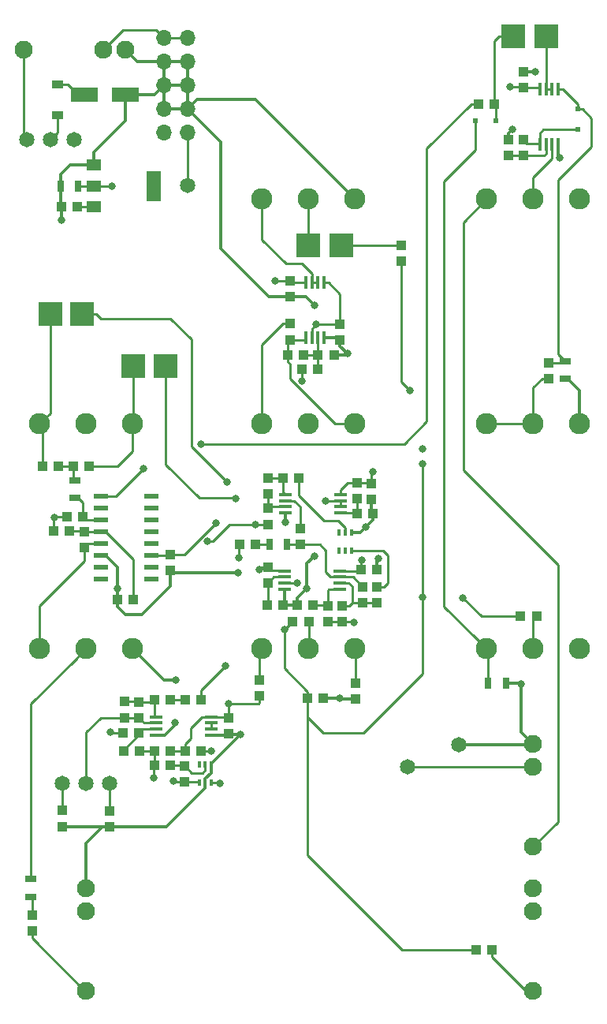
<source format=gbr>
G04 #@! TF.GenerationSoftware,KiCad,Pcbnew,(5.1.4-0-10_14)*
G04 #@! TF.CreationDate,2019-11-19T17:15:00-08:00*
G04 #@! TF.ProjectId,DS8,4453382e-6b69-4636-9164-5f7063625858,rev?*
G04 #@! TF.SameCoordinates,Original*
G04 #@! TF.FileFunction,Copper,L1,Top*
G04 #@! TF.FilePolarity,Positive*
%FSLAX46Y46*%
G04 Gerber Fmt 4.6, Leading zero omitted, Abs format (unit mm)*
G04 Created by KiCad (PCBNEW (5.1.4-0-10_14)) date 2019-11-19 17:15:00*
%MOMM*%
%LPD*%
G04 APERTURE LIST*
%ADD10C,1.651000*%
%ADD11R,2.540000X2.540000*%
%ADD12R,0.400000X0.650000*%
%ADD13C,2.286000*%
%ADD14R,1.500000X3.300000*%
%ADD15R,1.500000X1.200000*%
%ADD16R,1.450000X0.450000*%
%ADD17R,0.450000X1.450000*%
%ADD18R,1.500000X0.600000*%
%ADD19C,1.930400*%
%ADD20R,1.000000X1.000000*%
%ADD21O,1.700000X1.700000*%
%ADD22R,1.200000X0.900000*%
%ADD23R,0.500000X0.500000*%
%ADD24R,0.700000X1.300000*%
%ADD25R,3.000000X1.600000*%
%ADD26R,1.300000X0.700000*%
%ADD27C,0.800000*%
%ADD28C,0.250000*%
%ADD29C,0.300000*%
G04 APERTURE END LIST*
D10*
X48930000Y29830000D03*
X43430000Y27500000D03*
D11*
X13930000Y70440000D03*
X17450000Y70450000D03*
X5040000Y76090000D03*
X8480000Y76090000D03*
X36270000Y83460000D03*
X32730000Y83460000D03*
X54730000Y105860000D03*
X58310000Y105880000D03*
D10*
X19780000Y89870000D03*
D12*
X21020000Y25790000D03*
X22320000Y25790000D03*
X21670000Y27690000D03*
X21670000Y25790000D03*
X22320000Y27690000D03*
X21020000Y27690000D03*
X37360000Y52570000D03*
X36060000Y52570000D03*
X36710000Y50670000D03*
X36710000Y52570000D03*
X36060000Y50670000D03*
X37360000Y50670000D03*
D10*
X7620000Y94742000D03*
X5080000Y94742000D03*
X2540000Y94742000D03*
D13*
X3890000Y40132000D03*
X8890000Y40132000D03*
X13890000Y40132000D03*
D10*
X6350000Y25654000D03*
X8890000Y25654000D03*
X11430000Y25654000D03*
D14*
X16128000Y89788000D03*
D15*
X9728000Y87588000D03*
X9728000Y89788000D03*
X9728000Y92088000D03*
D16*
X22296000Y32827000D03*
X22296000Y32177000D03*
X22296000Y31527000D03*
X22296000Y30877000D03*
X16396000Y30877000D03*
X16396000Y31527000D03*
X16396000Y32177000D03*
X16396000Y32827000D03*
D17*
X32485000Y79410000D03*
X33135000Y79410000D03*
X33785000Y79410000D03*
X34435000Y79410000D03*
X34435000Y73510000D03*
X33785000Y73510000D03*
X33135000Y73510000D03*
X32485000Y73510000D03*
D16*
X36182000Y56683000D03*
X36182000Y56033000D03*
X36182000Y55383000D03*
X36182000Y54733000D03*
X30282000Y54733000D03*
X30282000Y55383000D03*
X30282000Y56033000D03*
X30282000Y56683000D03*
X36124000Y48483000D03*
X36124000Y47833000D03*
X36124000Y47183000D03*
X36124000Y46533000D03*
X30224000Y46533000D03*
X30224000Y47183000D03*
X30224000Y47833000D03*
X30224000Y48483000D03*
D17*
X57633000Y100162000D03*
X58283000Y100162000D03*
X58933000Y100162000D03*
X59583000Y100162000D03*
X59583000Y94262000D03*
X58933000Y94262000D03*
X58283000Y94262000D03*
X57633000Y94262000D03*
D18*
X15910000Y56515000D03*
X15910000Y55245000D03*
X15910000Y53975000D03*
X15910000Y52705000D03*
X15910000Y51435000D03*
X15910000Y50165000D03*
X15910000Y48895000D03*
X15910000Y47625000D03*
X10510000Y47625000D03*
X10510000Y48895000D03*
X10510000Y50165000D03*
X10510000Y51435000D03*
X10510000Y52705000D03*
X10510000Y53975000D03*
X10510000Y55245000D03*
X10510000Y56515000D03*
D19*
X56896000Y27482800D03*
X56896000Y29895800D03*
X56896000Y18923000D03*
D13*
X51896000Y40132000D03*
X56896000Y40132000D03*
X61896000Y40132000D03*
X51896000Y88392000D03*
X56896000Y88392000D03*
X61896000Y88392000D03*
D20*
X39660000Y54680000D03*
X37960000Y54680000D03*
X37960000Y56230000D03*
X37960000Y57930000D03*
X32678000Y34798000D03*
X34378000Y34798000D03*
X37810000Y36450000D03*
X37810000Y34750000D03*
X32790000Y43080000D03*
X31090000Y43080000D03*
X27460000Y35070000D03*
X27460000Y36770000D03*
X30050000Y44830000D03*
X28350000Y44830000D03*
X31590000Y44820000D03*
X33290000Y44820000D03*
X28390000Y48910000D03*
X28390000Y47210000D03*
X34860000Y44750000D03*
X34860000Y43050000D03*
X42760000Y83450000D03*
X42760000Y81750000D03*
X9220000Y59760000D03*
X7520000Y59760000D03*
X27080000Y51300000D03*
X25380000Y51300000D03*
X36420000Y44770000D03*
X36420000Y43070000D03*
X19496000Y29154000D03*
X21196000Y29154000D03*
X17894000Y27630000D03*
X16194000Y27630000D03*
X16194000Y29154000D03*
X17894000Y29154000D03*
X40150000Y46800000D03*
X40150000Y45100000D03*
X28430000Y56740000D03*
X28430000Y58440000D03*
X28430000Y53500000D03*
X28430000Y55200000D03*
X52440000Y7850000D03*
X50740000Y7850000D03*
X12878000Y31134000D03*
X14578000Y31134000D03*
X4240000Y59760000D03*
X5940000Y59760000D03*
X19512000Y34646000D03*
X21212000Y34646000D03*
X30060000Y58430000D03*
X31760000Y58430000D03*
X12980000Y32752000D03*
X12980000Y34452000D03*
X57260000Y43620000D03*
X55560000Y43620000D03*
X31860000Y53010000D03*
X31860000Y51310000D03*
X54290000Y94750000D03*
X54290000Y93050000D03*
X6820000Y54310000D03*
X8520000Y54310000D03*
X3080000Y11550000D03*
X3080000Y9850000D03*
X35500000Y71670000D03*
X33800000Y71670000D03*
X5430000Y52740000D03*
X7130000Y52740000D03*
X55850000Y94760000D03*
X55850000Y93060000D03*
X30760000Y73310000D03*
X30760000Y75010000D03*
X58610000Y69140000D03*
X58610000Y70840000D03*
X52700000Y98610000D03*
X51000000Y98610000D03*
X33800000Y70110000D03*
X32100000Y70110000D03*
X8670000Y52730000D03*
X8670000Y51030000D03*
X12260000Y45420000D03*
X13960000Y45420000D03*
X32250000Y71690000D03*
X30550000Y71690000D03*
D13*
X27766000Y40132000D03*
X32766000Y40132000D03*
X37766000Y40132000D03*
D21*
X17272000Y105664000D03*
X19812000Y105664000D03*
X17272000Y103124000D03*
X19812000Y103124000D03*
X17272000Y100584000D03*
X19812000Y100584000D03*
X17272000Y98044000D03*
X19812000Y98044000D03*
X17272000Y95504000D03*
X19812000Y95504000D03*
D19*
X8890000Y12006800D03*
X8890000Y14419800D03*
X8890000Y3447000D03*
D13*
X3890000Y64262000D03*
X8890000Y64262000D03*
X13890000Y64262000D03*
X27766000Y64262000D03*
X32766000Y64262000D03*
X37766000Y64262000D03*
X27766000Y88392000D03*
X32766000Y88392000D03*
X37766000Y88392000D03*
X51896000Y64262000D03*
X56896000Y64262000D03*
X61896000Y64262000D03*
D19*
X10718800Y104394000D03*
X13131800Y104394000D03*
X2159000Y104394000D03*
D22*
X5842000Y100710000D03*
X5842000Y97410000D03*
D23*
X52930000Y96770000D03*
X50730000Y96770000D03*
X61670000Y95860000D03*
X61670000Y98060000D03*
D19*
X56896000Y12006800D03*
X56896000Y14419800D03*
X56896000Y3447000D03*
D20*
X55880000Y102040000D03*
X55880000Y100340000D03*
X40080000Y48640000D03*
X38380000Y48640000D03*
X24190000Y31020000D03*
X24190000Y32720000D03*
X30760000Y77960000D03*
X30760000Y79660000D03*
X39560000Y56180000D03*
X39560000Y57880000D03*
D24*
X8050000Y89800000D03*
X6150000Y89800000D03*
D20*
X6210000Y87580000D03*
X7910000Y87580000D03*
X17940000Y48560000D03*
X17940000Y50260000D03*
D25*
X13122000Y99568000D03*
X8722000Y99568000D03*
D20*
X19470000Y25870000D03*
X19470000Y27570000D03*
D24*
X28570000Y51320000D03*
X30470000Y51320000D03*
D20*
X38570000Y45110000D03*
X38570000Y46810000D03*
X14620000Y29150000D03*
X12920000Y29150000D03*
X16210000Y34646000D03*
X17910000Y34646000D03*
X6360000Y21070000D03*
X6360000Y22770000D03*
X11370000Y21010000D03*
X11370000Y22710000D03*
X14550000Y32742000D03*
X14550000Y34442000D03*
D26*
X7690000Y56340000D03*
X7690000Y58240000D03*
D20*
X36170000Y73270000D03*
X36170000Y74970000D03*
D24*
X52060000Y36430000D03*
X53960000Y36430000D03*
D26*
X2980000Y13510000D03*
X2980000Y15410000D03*
X60340000Y70990000D03*
X60340000Y69090000D03*
D27*
X36168000Y34798000D03*
X30310000Y53710000D03*
X38910000Y53180000D03*
X40310000Y49850000D03*
X55580000Y36390000D03*
X57100000Y102040000D03*
X59740000Y92790000D03*
X54700000Y95850000D03*
X36940000Y71790000D03*
X33450000Y76990000D03*
X18430000Y32190000D03*
X33390000Y50100000D03*
X25470000Y30920000D03*
X18540000Y36790000D03*
X12260000Y46620000D03*
X6210000Y86140000D03*
X32610000Y46590000D03*
X25200000Y48330000D03*
X33620000Y74970000D03*
X16190000Y26320000D03*
X23250000Y25709998D03*
X18240000Y25960000D03*
X22300000Y29120000D03*
X11690000Y89790000D03*
X29230000Y79590000D03*
X54430000Y100440000D03*
X24160000Y34230000D03*
X32110000Y68890000D03*
X38520000Y49690000D03*
X39700000Y59130000D03*
X22830000Y53610000D03*
X21240000Y62089988D03*
X15030000Y59470000D03*
X11520000Y31210000D03*
X5460000Y54260000D03*
X21930000Y51700000D03*
X27080000Y53500000D03*
X34650000Y55960000D03*
X30190000Y42210000D03*
X31570000Y47180000D03*
X49370000Y45580000D03*
X45020000Y45660000D03*
X45020000Y60000000D03*
X43650000Y67890000D03*
X45020000Y61580000D03*
X37650000Y42970000D03*
X27507660Y48632340D03*
X24000000Y57990000D03*
X23850000Y38300000D03*
X24990000Y56270000D03*
X25280000Y49870000D03*
D28*
X60190000Y70840000D02*
X60340000Y70990000D01*
X58610000Y70840000D02*
X60190000Y70840000D01*
X61670000Y98560000D02*
X61670000Y98060000D01*
X60068000Y100162000D02*
X61670000Y98560000D01*
X59583000Y100162000D02*
X60068000Y100162000D01*
X62170000Y98060000D02*
X61670000Y98060000D01*
X59620000Y90440000D02*
X63170000Y93990000D01*
X63170000Y97060000D02*
X62170000Y98060000D01*
X60340000Y70990000D02*
X59620000Y71710000D01*
X63170000Y93990000D02*
X63170000Y97060000D01*
X59620000Y71710000D02*
X59620000Y90440000D01*
D29*
X39530000Y54810000D02*
X39660000Y54680000D01*
X39530000Y56230000D02*
X39530000Y54810000D01*
X24047000Y30877000D02*
X24190000Y31020000D01*
X22296000Y30877000D02*
X24047000Y30877000D01*
X12260000Y46170000D02*
X12260000Y45420000D01*
X12260000Y48865000D02*
X12260000Y46170000D01*
X10960000Y50165000D02*
X12260000Y48865000D01*
X10510000Y50165000D02*
X10960000Y50165000D01*
X30224000Y45004000D02*
X30050000Y44830000D01*
X30224000Y46533000D02*
X30224000Y45004000D01*
X30060000Y44820000D02*
X30050000Y44830000D01*
X31590000Y44820000D02*
X30060000Y44820000D01*
X16256000Y99568000D02*
X17272000Y100584000D01*
X13122000Y99568000D02*
X16256000Y99568000D01*
X17272000Y100584000D02*
X19812000Y100584000D01*
X19812000Y103124000D02*
X17272000Y103124000D01*
X18474081Y98044000D02*
X19812000Y98044000D01*
X17272000Y98044000D02*
X18474081Y98044000D01*
X17272000Y99381919D02*
X17272000Y98044000D01*
X17272000Y100584000D02*
X17272000Y99381919D01*
X17272000Y101921919D02*
X17272000Y100584000D01*
X17272000Y103124000D02*
X17272000Y101921919D01*
X19812000Y103124000D02*
X19812000Y100584000D01*
X19812000Y98044000D02*
X19812000Y100584000D01*
X14401800Y103124000D02*
X17272000Y103124000D01*
X13131800Y104394000D02*
X14401800Y103124000D01*
X9728000Y92088000D02*
X9728000Y93388000D01*
X13122000Y96782000D02*
X13122000Y99568000D01*
X9728000Y93388000D02*
X13122000Y96782000D01*
X6150000Y89800000D02*
X6150000Y91050000D01*
X7188000Y92088000D02*
X9728000Y92088000D01*
X6150000Y91050000D02*
X7188000Y92088000D01*
X6150000Y87640000D02*
X6210000Y87580000D01*
X6150000Y89800000D02*
X6150000Y87640000D01*
X36216000Y34750000D02*
X36168000Y34798000D01*
X37810000Y34750000D02*
X36216000Y34750000D01*
X34378000Y34798000D02*
X36168000Y34798000D01*
X30282000Y54733000D02*
X30282000Y53738000D01*
X30282000Y53738000D02*
X30310000Y53710000D01*
X39660000Y53930000D02*
X39660000Y54680000D01*
X37360000Y52570000D02*
X38300000Y52570000D01*
X38910000Y53180000D02*
X39660000Y53930000D01*
X38300000Y52570000D02*
X38910000Y53180000D01*
X40080000Y48640000D02*
X40080000Y49620000D01*
X40080000Y49620000D02*
X40310000Y49850000D01*
X53960000Y36430000D02*
X55540000Y36430000D01*
X55540000Y36430000D02*
X55580000Y36390000D01*
X55880000Y102040000D02*
X57100000Y102040000D01*
X59583000Y94262000D02*
X59583000Y92947000D01*
X59583000Y92947000D02*
X59740000Y92790000D01*
X54290000Y94750000D02*
X54290000Y95440000D01*
X54290000Y95440000D02*
X54700000Y95850000D01*
X35930000Y73510000D02*
X36170000Y73270000D01*
X34435000Y73510000D02*
X35930000Y73510000D01*
X36170000Y73270000D02*
X36170000Y72560000D01*
X36170000Y72560000D02*
X36940000Y71790000D01*
X36820000Y71670000D02*
X36940000Y71790000D01*
X35500000Y71670000D02*
X36820000Y71670000D01*
X30760000Y77960000D02*
X32480000Y77960000D01*
X32480000Y77960000D02*
X33450000Y76990000D01*
X17371000Y30877000D02*
X18430000Y31936000D01*
X18430000Y31936000D02*
X18430000Y32190000D01*
X16396000Y30877000D02*
X17371000Y30877000D01*
X60640000Y69090000D02*
X60340000Y69090000D01*
X61896000Y67834000D02*
X60640000Y69090000D01*
X61896000Y64262000D02*
X61896000Y67834000D01*
X30760000Y77960000D02*
X28500000Y77960000D01*
X28500000Y77960000D02*
X23370000Y83090000D01*
X23370000Y94486000D02*
X19812000Y98044000D01*
X23370000Y83090000D02*
X23370000Y94486000D01*
X27088000Y99070000D02*
X37766000Y88392000D01*
X20838000Y99070000D02*
X27088000Y99070000D01*
X19812000Y98044000D02*
X20838000Y99070000D01*
X31590000Y45570000D02*
X32610000Y46590000D01*
X31590000Y44820000D02*
X31590000Y45570000D01*
X32610000Y49320000D02*
X33390000Y50100000D01*
X32610000Y46590000D02*
X32610000Y49320000D01*
X24290000Y30920000D02*
X24190000Y31020000D01*
X25470000Y30920000D02*
X24290000Y30920000D01*
X22320000Y27815000D02*
X25425000Y30920000D01*
X25425000Y30920000D02*
X25470000Y30920000D01*
X22320000Y27690000D02*
X22320000Y27815000D01*
X11310000Y21070000D02*
X11370000Y21010000D01*
X6360000Y21070000D02*
X11310000Y21070000D01*
X10620000Y21010000D02*
X11370000Y21010000D01*
X8890000Y19280000D02*
X10620000Y21010000D01*
X8890000Y14419800D02*
X8890000Y19280000D01*
X21670000Y25215000D02*
X21670000Y25790000D01*
X17465000Y21010000D02*
X21670000Y25215000D01*
X11370000Y21010000D02*
X17465000Y21010000D01*
X17232000Y36790000D02*
X18540000Y36790000D01*
X13890000Y40132000D02*
X17232000Y36790000D01*
X17940000Y48560000D02*
X17940000Y46850000D01*
X17940000Y46850000D02*
X14880000Y43790000D01*
X12260000Y44670000D02*
X12260000Y45420000D01*
X13140000Y43790000D02*
X12260000Y44670000D01*
X14880000Y43790000D02*
X13140000Y43790000D01*
X6210000Y86140000D02*
X6210000Y87580000D01*
X56830200Y29830000D02*
X56896000Y29895800D01*
X48930000Y29830000D02*
X56830200Y29830000D01*
X55580000Y31211800D02*
X56896000Y29895800D01*
X55580000Y36390000D02*
X55580000Y31211800D01*
X18170000Y48330000D02*
X17940000Y48560000D01*
X25200000Y48330000D02*
X18170000Y48330000D01*
X22320000Y26830000D02*
X22320000Y27690000D01*
X21670000Y26180000D02*
X22320000Y26830000D01*
X21670000Y25790000D02*
X21670000Y26180000D01*
D28*
X3080000Y13410000D02*
X2980000Y13510000D01*
X3080000Y11550000D02*
X3080000Y13410000D01*
X7747001Y38989001D02*
X8890000Y40132000D01*
X2980000Y15410000D02*
X2980000Y34222000D01*
X2980000Y34222000D02*
X7747001Y38989001D01*
X52060000Y39968000D02*
X51896000Y40132000D01*
X52060000Y36430000D02*
X52060000Y39968000D01*
X50753001Y41274999D02*
X51896000Y40132000D01*
X47340000Y44688000D02*
X50753001Y41274999D01*
X47340000Y90290000D02*
X47340000Y44688000D01*
X50730000Y93680000D02*
X47340000Y90290000D01*
X50730000Y96770000D02*
X50730000Y93680000D01*
X36170000Y75720000D02*
X36170000Y74970000D01*
X36170000Y78150000D02*
X36170000Y75720000D01*
X34910000Y79410000D02*
X36170000Y78150000D01*
X34435000Y79410000D02*
X34910000Y79410000D01*
X35420000Y74970000D02*
X36170000Y74970000D01*
X33620000Y74970000D02*
X35420000Y74970000D01*
X33135000Y73510000D02*
X33135000Y74485000D01*
X33135000Y74485000D02*
X33620000Y74970000D01*
X10505000Y53970000D02*
X10510000Y53975000D01*
X8520000Y54310000D02*
X8860000Y53970000D01*
X8860000Y53970000D02*
X10505000Y53970000D01*
X8520000Y55060000D02*
X8520000Y54310000D01*
X8520000Y55810000D02*
X8520000Y55060000D01*
X7990000Y56340000D02*
X8520000Y55810000D01*
X7690000Y56340000D02*
X7990000Y56340000D01*
X7520000Y59760000D02*
X5940000Y59760000D01*
X7520000Y58410000D02*
X7690000Y58240000D01*
X7520000Y59760000D02*
X7520000Y58410000D01*
X14570000Y32962000D02*
X14580000Y32952000D01*
X15115000Y32177000D02*
X16396000Y32177000D01*
X14550000Y32742000D02*
X15115000Y32177000D01*
X14540000Y32752000D02*
X14550000Y32742000D01*
X12980000Y32752000D02*
X14540000Y32752000D01*
X8890000Y31200000D02*
X8890000Y25654000D01*
X12980000Y32752000D02*
X10442000Y32752000D01*
X10442000Y32752000D02*
X8890000Y31200000D01*
X14540000Y34452000D02*
X14550000Y34442000D01*
X12980000Y34452000D02*
X14540000Y34452000D01*
X16006000Y34442000D02*
X16210000Y34646000D01*
X14550000Y34442000D02*
X16006000Y34442000D01*
X16210000Y33013000D02*
X16396000Y32827000D01*
X16210000Y34646000D02*
X16210000Y33013000D01*
X11430000Y22770000D02*
X11370000Y22710000D01*
X11430000Y25654000D02*
X11430000Y22770000D01*
X6360000Y25644000D02*
X6350000Y25654000D01*
X6360000Y22770000D02*
X6360000Y25644000D01*
X17910000Y34646000D02*
X19512000Y34646000D01*
X16190000Y29150000D02*
X16194000Y29154000D01*
X14620000Y29150000D02*
X16190000Y29150000D01*
X16194000Y29154000D02*
X16194000Y27630000D01*
X16190000Y27626000D02*
X16194000Y27630000D01*
X16190000Y26320000D02*
X16190000Y27626000D01*
X22320000Y25790000D02*
X23169998Y25790000D01*
X23169998Y25790000D02*
X23250000Y25709998D01*
X14971000Y31527000D02*
X16396000Y31527000D01*
X14578000Y31134000D02*
X14971000Y31527000D01*
X14578000Y30908000D02*
X14578000Y31134000D01*
X12920000Y29150000D02*
X12920000Y29250000D01*
X12920000Y29250000D02*
X14578000Y30908000D01*
X37170000Y44770000D02*
X37450000Y45050000D01*
X36420000Y44770000D02*
X37170000Y44770000D01*
X37450000Y46832000D02*
X37099000Y47183000D01*
X37099000Y47183000D02*
X36124000Y47183000D01*
X37450000Y45050000D02*
X37450000Y46832000D01*
X40140000Y45110000D02*
X40150000Y45100000D01*
X38570000Y45110000D02*
X40140000Y45110000D01*
X37510000Y45110000D02*
X38570000Y45110000D01*
X37450000Y45050000D02*
X37510000Y45110000D01*
X31850000Y51320000D02*
X31860000Y51310000D01*
X30470000Y51320000D02*
X31850000Y51320000D01*
X37547000Y47833000D02*
X36124000Y47833000D01*
X38570000Y46810000D02*
X37547000Y47833000D01*
X35149000Y47833000D02*
X36124000Y47833000D01*
X31860000Y51310000D02*
X34020000Y51310000D01*
X34020000Y51310000D02*
X34630000Y50700000D01*
X34630000Y48352000D02*
X35149000Y47833000D01*
X34630000Y50700000D02*
X34630000Y48352000D01*
X28550000Y51300000D02*
X28570000Y51320000D01*
X27080000Y51300000D02*
X28550000Y51300000D01*
X20920000Y25890000D02*
X21020000Y25790000D01*
X19470000Y25890000D02*
X20920000Y25890000D01*
X19470000Y25890000D02*
X18310000Y25890000D01*
X18310000Y25890000D02*
X18240000Y25960000D01*
X21230000Y29120000D02*
X21196000Y29154000D01*
X22300000Y29120000D02*
X21230000Y29120000D01*
X21365000Y26810000D02*
X21670000Y27115000D01*
X19430000Y27630000D02*
X20250000Y26810000D01*
X17894000Y27630000D02*
X19430000Y27630000D01*
X20250000Y26810000D02*
X21365000Y26810000D01*
X21670000Y27115000D02*
X21670000Y27690000D01*
X6692000Y100710000D02*
X5842000Y100710000D01*
X6880000Y100710000D02*
X6692000Y100710000D01*
X8022000Y99568000D02*
X6880000Y100710000D01*
X8722000Y99568000D02*
X8022000Y99568000D01*
X9716000Y89800000D02*
X9728000Y89788000D01*
X8050000Y89800000D02*
X9716000Y89800000D01*
X9728000Y89788000D02*
X11688000Y89788000D01*
X11688000Y89788000D02*
X11690000Y89790000D01*
X30690000Y79590000D02*
X30760000Y79660000D01*
X29230000Y79590000D02*
X30690000Y79590000D01*
X31010000Y79410000D02*
X30760000Y79660000D01*
X32485000Y79410000D02*
X31010000Y79410000D01*
X55780000Y100440000D02*
X55880000Y100340000D01*
X54430000Y100440000D02*
X55780000Y100440000D01*
X57455000Y100340000D02*
X57633000Y100162000D01*
X55880000Y100340000D02*
X57455000Y100340000D01*
X24160000Y32750000D02*
X24190000Y32720000D01*
X24160000Y34230000D02*
X24160000Y32750000D01*
X24083000Y32827000D02*
X22296000Y32827000D01*
X24190000Y32720000D02*
X24083000Y32827000D01*
X17894000Y29154000D02*
X19496000Y29154000D01*
X17845000Y50165000D02*
X17940000Y50260000D01*
X15910000Y50165000D02*
X17845000Y50165000D01*
X32100000Y70110000D02*
X32100000Y68900000D01*
X32100000Y68900000D02*
X32110000Y68890000D01*
X38223000Y48483000D02*
X38380000Y48640000D01*
X36124000Y48483000D02*
X38223000Y48483000D01*
X38380000Y48640000D02*
X38380000Y49550000D01*
X38380000Y49550000D02*
X38520000Y49690000D01*
X39700000Y58920000D02*
X39700000Y59130000D01*
X39530000Y57930000D02*
X37960000Y57930000D01*
X39530000Y58960000D02*
X39700000Y59130000D01*
X39530000Y57930000D02*
X39530000Y58960000D01*
X37210000Y57930000D02*
X37960000Y57930000D01*
X36182000Y57158000D02*
X36954000Y57930000D01*
X36954000Y57930000D02*
X37210000Y57930000D01*
X36182000Y56683000D02*
X36182000Y57158000D01*
X19450000Y50260000D02*
X22400001Y53210001D01*
X22400001Y53210001D02*
X22430001Y53210001D01*
X22430001Y53210001D02*
X22830000Y53610000D01*
X17940000Y50260000D02*
X19450000Y50260000D01*
X27370000Y34230000D02*
X24725685Y34230000D01*
X24725685Y34230000D02*
X24160000Y34230000D01*
X27460000Y34320000D02*
X27370000Y34230000D01*
X27460000Y35070000D02*
X27460000Y34320000D01*
X20115002Y31621002D02*
X21321000Y32827000D01*
X19496000Y29154000D02*
X19496000Y29904000D01*
X19496000Y29904000D02*
X20115002Y30523002D01*
X20115002Y30523002D02*
X20115002Y31621002D01*
X21321000Y32827000D02*
X22296000Y32827000D01*
X9720000Y87580000D02*
X9728000Y87588000D01*
X7910000Y87580000D02*
X9720000Y87580000D01*
X56093000Y3447000D02*
X56896000Y3447000D01*
X52440000Y7100000D02*
X56093000Y3447000D01*
X52440000Y7850000D02*
X52440000Y7100000D01*
X57515000Y94380000D02*
X57633000Y94262000D01*
X55850000Y94760000D02*
X56230000Y94380000D01*
X56230000Y94380000D02*
X57515000Y94380000D01*
X58010000Y95860000D02*
X61670000Y95860000D01*
X57633000Y94262000D02*
X57633000Y95483000D01*
X57633000Y95483000D02*
X58010000Y95860000D01*
X53210000Y105860000D02*
X54730000Y105860000D01*
X52700000Y105350000D02*
X53210000Y105860000D01*
X52700000Y98610000D02*
X52700000Y105350000D01*
X52920000Y96780000D02*
X52930000Y96770000D01*
X52700000Y98610000D02*
X52920000Y98390000D01*
X52920000Y98390000D02*
X52920000Y96780000D01*
X5842000Y95504000D02*
X5080000Y94742000D01*
X5842000Y97410000D02*
X5842000Y95504000D01*
X16422001Y106513999D02*
X17272000Y105664000D01*
X12838799Y106513999D02*
X16422001Y106513999D01*
X10718800Y104394000D02*
X12838799Y106513999D01*
X18609919Y105664000D02*
X17272000Y105664000D01*
X19812000Y105664000D02*
X18609919Y105664000D01*
X51896000Y64262000D02*
X56896000Y64262000D01*
X57860000Y69140000D02*
X58610000Y69140000D01*
X56896000Y68176000D02*
X57860000Y69140000D01*
X56896000Y64262000D02*
X56896000Y68176000D01*
X42750000Y83460000D02*
X42760000Y83450000D01*
X36270000Y83460000D02*
X42750000Y83460000D01*
X27766000Y65878446D02*
X27766000Y64262000D01*
X27766000Y72766000D02*
X27766000Y65878446D01*
X30010000Y75010000D02*
X27766000Y72766000D01*
X30760000Y75010000D02*
X30010000Y75010000D01*
X30550000Y73100000D02*
X30760000Y73310000D01*
X30550000Y71690000D02*
X30550000Y73100000D01*
X32285000Y73310000D02*
X32485000Y73510000D01*
X30760000Y73310000D02*
X32285000Y73310000D01*
X30550000Y70940000D02*
X30780000Y70710000D01*
X30550000Y71690000D02*
X30550000Y70940000D01*
X36149554Y64262000D02*
X37766000Y64262000D01*
X35664998Y64262000D02*
X36149554Y64262000D01*
X30780000Y69146998D02*
X35664998Y64262000D01*
X30780000Y70710000D02*
X30780000Y69146998D01*
X4240000Y63912000D02*
X3890000Y64262000D01*
X4240000Y59760000D02*
X4240000Y63912000D01*
X5040000Y65412000D02*
X3890000Y64262000D01*
X5040000Y76090000D02*
X5040000Y65412000D01*
X12290000Y59760000D02*
X9220000Y59760000D01*
X13890000Y64262000D02*
X13890000Y61360000D01*
X13890000Y61360000D02*
X12290000Y59760000D01*
X13930000Y64302000D02*
X13890000Y64262000D01*
X13930000Y70440000D02*
X13930000Y64302000D01*
X8733000Y3447000D02*
X8890000Y3447000D01*
X3080000Y9100000D02*
X8733000Y3447000D01*
X3080000Y9850000D02*
X3080000Y9100000D01*
X27460000Y39826000D02*
X27766000Y40132000D01*
X27460000Y36770000D02*
X27460000Y39826000D01*
X32790000Y40156000D02*
X32766000Y40132000D01*
X32790000Y43080000D02*
X32790000Y40156000D01*
X37810000Y40088000D02*
X37766000Y40132000D01*
X37810000Y36450000D02*
X37810000Y40088000D01*
X31760000Y58430000D02*
X31760000Y56610000D01*
X31760000Y56610000D02*
X34470000Y53900000D01*
X36710000Y53145000D02*
X36710000Y52570000D01*
X35955000Y53900000D02*
X36710000Y53145000D01*
X34470000Y53900000D02*
X35955000Y53900000D01*
X41290000Y50180000D02*
X40800000Y50670000D01*
X41290000Y47190000D02*
X41290000Y50180000D01*
X40900000Y46800000D02*
X41290000Y47190000D01*
X39110000Y50670000D02*
X37360000Y50670000D01*
X40800000Y50670000D02*
X39110000Y50670000D01*
X40150000Y46800000D02*
X40900000Y46800000D01*
X33785000Y71685000D02*
X33800000Y71670000D01*
X33785000Y73510000D02*
X33785000Y71685000D01*
X33780000Y71690000D02*
X33800000Y71670000D01*
X32250000Y71690000D02*
X33780000Y71690000D01*
X33800000Y70110000D02*
X33800000Y71670000D01*
X10475000Y52740000D02*
X10510000Y52705000D01*
X8660000Y52740000D02*
X8670000Y52730000D01*
X7130000Y52740000D02*
X8660000Y52740000D01*
X10485000Y52730000D02*
X10510000Y52705000D01*
X8670000Y52730000D02*
X10485000Y52730000D01*
X13960000Y46170000D02*
X13960000Y45420000D01*
X13960000Y49705000D02*
X13960000Y46170000D01*
X10960000Y52705000D02*
X13960000Y49705000D01*
X10510000Y52705000D02*
X10960000Y52705000D01*
X10510000Y56515000D02*
X12075000Y56515000D01*
X12075000Y56515000D02*
X14630001Y59070001D01*
X14630001Y59070001D02*
X15030000Y59470000D01*
X21805685Y62089988D02*
X21240000Y62089988D01*
X43039988Y62089988D02*
X21805685Y62089988D01*
X45460000Y64510000D02*
X43039988Y62089988D01*
X45460000Y93820000D02*
X45460000Y64510000D01*
X51000000Y98610000D02*
X50250000Y98610000D01*
X50250000Y98610000D02*
X45460000Y93820000D01*
X55840000Y93050000D02*
X55850000Y93060000D01*
X54290000Y93050000D02*
X55840000Y93050000D01*
X56600000Y93060000D02*
X55850000Y93060000D01*
X58056000Y93060000D02*
X56600000Y93060000D01*
X58283000Y93287000D02*
X58056000Y93060000D01*
X58283000Y94262000D02*
X58283000Y93287000D01*
X36182000Y56033000D02*
X36182000Y55383000D01*
X6840000Y54290000D02*
X6820000Y54310000D01*
X12878000Y31134000D02*
X11596000Y31134000D01*
X11596000Y31134000D02*
X11520000Y31210000D01*
X5430000Y52740000D02*
X5430000Y54230000D01*
X5510000Y54310000D02*
X5460000Y54260000D01*
X5430000Y54230000D02*
X5460000Y54260000D01*
X6820000Y54310000D02*
X5510000Y54310000D01*
X22495685Y51700000D02*
X24295685Y53500000D01*
X21930000Y51700000D02*
X22495685Y51700000D01*
X28430000Y53500000D02*
X27080000Y53500000D01*
X24295685Y53500000D02*
X27080000Y53500000D01*
X36109000Y55960000D02*
X36182000Y56033000D01*
X34650000Y55960000D02*
X36109000Y55960000D01*
X31257000Y56033000D02*
X30282000Y56033000D01*
X31860000Y55430000D02*
X31257000Y56033000D01*
X31860000Y53010000D02*
X31860000Y55430000D01*
X56896000Y43256000D02*
X57260000Y43620000D01*
X56896000Y40132000D02*
X56896000Y43256000D01*
X50740000Y7850000D02*
X42830000Y7850000D01*
X42830000Y7850000D02*
X32678000Y18002000D01*
X32678000Y24908000D02*
X32678000Y19352000D01*
X32678000Y18002000D02*
X32678000Y19352000D01*
X31060000Y43080000D02*
X31090000Y43080000D01*
X30190000Y42210000D02*
X31060000Y43080000D01*
X30190000Y38036000D02*
X30190000Y42210000D01*
X32678000Y34798000D02*
X32678000Y35548000D01*
X32678000Y35548000D02*
X30190000Y38036000D01*
X30227000Y47180000D02*
X30224000Y47183000D01*
X31570000Y47180000D02*
X30227000Y47180000D01*
X55560000Y43620000D02*
X51330000Y43620000D01*
X51330000Y43620000D02*
X49370000Y45580000D01*
X45020000Y45660000D02*
X45020000Y37460000D01*
X45020000Y37460000D02*
X38670000Y31110000D01*
X34340000Y31110000D02*
X32678000Y32772000D01*
X38670000Y31110000D02*
X34340000Y31110000D01*
X32678000Y19352000D02*
X32678000Y32772000D01*
X32678000Y32772000D02*
X32678000Y34798000D01*
X45020000Y45660000D02*
X45020000Y60000000D01*
X42760000Y68780000D02*
X42760000Y81750000D01*
X43650000Y67890000D02*
X42760000Y68780000D01*
X30050000Y58440000D02*
X30060000Y58430000D01*
X28430000Y58440000D02*
X30050000Y58440000D01*
X30060000Y56905000D02*
X30282000Y56683000D01*
X30060000Y58430000D02*
X30060000Y56905000D01*
X28430000Y56740000D02*
X28430000Y55200000D01*
X28613000Y55383000D02*
X30282000Y55383000D01*
X28430000Y55200000D02*
X28613000Y55383000D01*
X30167000Y48540000D02*
X30224000Y48483000D01*
X28390000Y48910000D02*
X28760000Y48540000D01*
X28760000Y48540000D02*
X30167000Y48540000D01*
X36400000Y43050000D02*
X36420000Y43070000D01*
X34860000Y43050000D02*
X36400000Y43050000D01*
X34860000Y43050000D02*
X37570000Y43050000D01*
X37570000Y43050000D02*
X37650000Y42970000D01*
X28390000Y48910000D02*
X27640000Y48910000D01*
X27507660Y48777660D02*
X27507660Y48632340D01*
X27640000Y48910000D02*
X27507660Y48777660D01*
X34790000Y44820000D02*
X34860000Y44750000D01*
X33290000Y44820000D02*
X34790000Y44820000D01*
X34860000Y44750000D02*
X34860000Y46450000D01*
X34943000Y46533000D02*
X36124000Y46533000D01*
X34860000Y46450000D02*
X34943000Y46533000D01*
X29013000Y47833000D02*
X30224000Y47833000D01*
X28390000Y47210000D02*
X29013000Y47833000D01*
X28390000Y44870000D02*
X28350000Y44830000D01*
X28390000Y47210000D02*
X28390000Y44870000D01*
X37960000Y56230000D02*
X37960000Y54680000D01*
X37907000Y54733000D02*
X37960000Y54680000D01*
X36182000Y54733000D02*
X37907000Y54733000D01*
X49390000Y85886000D02*
X51896000Y88392000D01*
X49390000Y59320000D02*
X49390000Y85886000D01*
X59550000Y49160000D02*
X49390000Y59320000D01*
X56896000Y18923000D02*
X59550000Y21577000D01*
X59550000Y21577000D02*
X59550000Y49160000D01*
X56896000Y90736000D02*
X56896000Y88392000D01*
X58933000Y94262000D02*
X58933000Y92773000D01*
X58933000Y92773000D02*
X56896000Y90736000D01*
X22296000Y32177000D02*
X22296000Y31527000D01*
X9075000Y51435000D02*
X8670000Y51030000D01*
X10510000Y51435000D02*
X9075000Y51435000D01*
X3890000Y44780000D02*
X3890000Y40132000D01*
X8670000Y51030000D02*
X8670000Y49560000D01*
X8670000Y49560000D02*
X3890000Y44780000D01*
X2159000Y95123000D02*
X2540000Y94742000D01*
X2159000Y104394000D02*
X2159000Y95123000D01*
X19780000Y95472000D02*
X19812000Y95504000D01*
X19780000Y89870000D02*
X19780000Y95472000D01*
X58283000Y100162000D02*
X58933000Y100162000D01*
X58283000Y105853000D02*
X58310000Y105880000D01*
X58283000Y100162000D02*
X58283000Y105853000D01*
X32766000Y83496000D02*
X32730000Y83460000D01*
X32766000Y88392000D02*
X32766000Y83496000D01*
X27766000Y88392000D02*
X27766000Y84064000D01*
X27766000Y84064000D02*
X30340000Y81490000D01*
X33135000Y80385000D02*
X33135000Y79410000D01*
X32030000Y81490000D02*
X33135000Y80385000D01*
X30340000Y81490000D02*
X32030000Y81490000D01*
X33785000Y79410000D02*
X33135000Y79410000D01*
X21212000Y35662000D02*
X21212000Y34646000D01*
X23850000Y38300000D02*
X21212000Y35662000D01*
X20180000Y61810000D02*
X24000000Y57990000D01*
X20180000Y73330000D02*
X20180000Y61810000D01*
X17940000Y75570000D02*
X20180000Y73330000D01*
X10520000Y75570000D02*
X17940000Y75570000D01*
X8480000Y76090000D02*
X10000000Y76090000D01*
X10000000Y76090000D02*
X10520000Y75570000D01*
X25280000Y51200000D02*
X25380000Y51300000D01*
X25280000Y49870000D02*
X25280000Y51200000D01*
X17450000Y59920000D02*
X21030000Y56340000D01*
X17450000Y70450000D02*
X17450000Y59920000D01*
X21030000Y56340000D02*
X24920000Y56340000D01*
X24920000Y56340000D02*
X24990000Y56270000D01*
X56878800Y27500000D02*
X56896000Y27482800D01*
X43430000Y27500000D02*
X56878800Y27500000D01*
M02*

</source>
